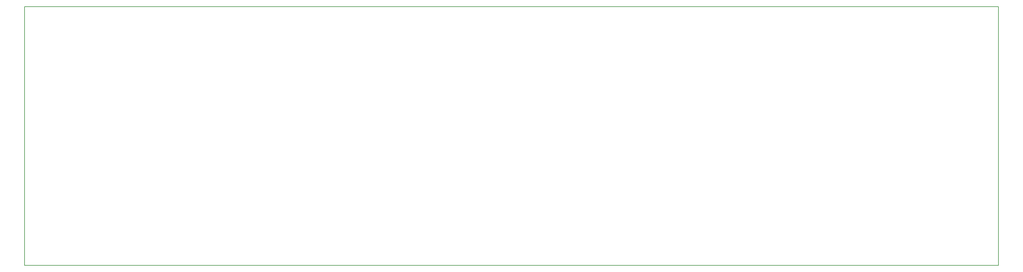
<source format=gm1>
G04 #@! TF.FileFunction,Profile,NP*
%FSLAX46Y46*%
G04 Gerber Fmt 4.6, Leading zero omitted, Abs format (unit mm)*
G04 Created by KiCad (PCBNEW 4.0.3-stable) date Thursday, September 01, 2016 'PMt' 01:02:08 PM*
%MOMM*%
%LPD*%
G01*
G04 APERTURE LIST*
%ADD10C,0.150000*%
G04 APERTURE END LIST*
D10*
X314250000Y-19250000D02*
X28750000Y-19250000D01*
X314250000Y-95000000D02*
X314250000Y-19250000D01*
X28750000Y-95000000D02*
X314250000Y-95000000D01*
X28750000Y-19250000D02*
X28750000Y-95000000D01*
M02*

</source>
